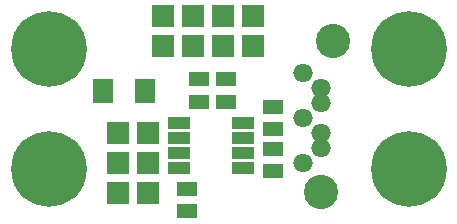
<source format=gbr>
G04 #@! TF.GenerationSoftware,KiCad,Pcbnew,(6.0.0-rc1-dev-1606-g4cd41e394)*
G04 #@! TF.CreationDate,2019-02-20T17:44:50+01:00*
G04 #@! TF.ProjectId,TTLLVDS01A,54544c4c-5644-4533-9031-412e6b696361,REV*
G04 #@! TF.SameCoordinates,Original*
G04 #@! TF.FileFunction,Soldermask,Bot*
G04 #@! TF.FilePolarity,Negative*
%FSLAX46Y46*%
G04 Gerber Fmt 4.6, Leading zero omitted, Abs format (unit mm)*
G04 Created by KiCad (PCBNEW (6.0.0-rc1-dev-1606-g4cd41e394)) date 20.02.2019 17:35:37*
%MOMM*%
%LPD*%
G04 APERTURE LIST*
%ADD10R,1.797000X1.289000*%
%ADD11R,1.700000X2.100000*%
%ADD12R,1.924000X1.924000*%
%ADD13O,1.700000X1.500000*%
%ADD14C,2.900000*%
%ADD15C,6.400000*%
%ADD16R,1.950000X1.000000*%
G04 APERTURE END LIST*
D10*
X16764000Y3429000D03*
X16764000Y1524000D03*
D11*
X9708000Y11684000D03*
X13208000Y11684000D03*
D12*
X10922000Y8128000D03*
X13462000Y8128000D03*
X10922000Y5588000D03*
X13462000Y5588000D03*
X10922000Y3048000D03*
X13462000Y3048000D03*
X19812000Y18034000D03*
X19812000Y15494000D03*
X14732000Y18034000D03*
X14732000Y15494000D03*
X17272000Y15494000D03*
X17272000Y18034000D03*
X22352000Y18034000D03*
X22352000Y15494000D03*
D13*
X26644600Y5562600D03*
X26644600Y9372600D03*
X26644600Y13182600D03*
X28144600Y11912600D03*
X28144600Y10642600D03*
X28144600Y8102600D03*
D14*
X29144600Y15932600D03*
D13*
X28144600Y6832600D03*
D14*
X28144600Y3102600D03*
D15*
X35560000Y15240000D03*
X5080000Y5080000D03*
X5080000Y15240000D03*
X35560000Y5080000D03*
D10*
X20066000Y10795000D03*
X20066000Y12700000D03*
X17780000Y12700000D03*
X17780000Y10795000D03*
X24066500Y6794500D03*
X24066500Y4889500D03*
X24066500Y8445500D03*
X24066500Y10350500D03*
D16*
X16096000Y5207000D03*
X16096000Y6477000D03*
X16096000Y7747000D03*
X16096000Y9017000D03*
X21496000Y9017000D03*
X21496000Y7747000D03*
X21496000Y6477000D03*
X21496000Y5207000D03*
M02*

</source>
